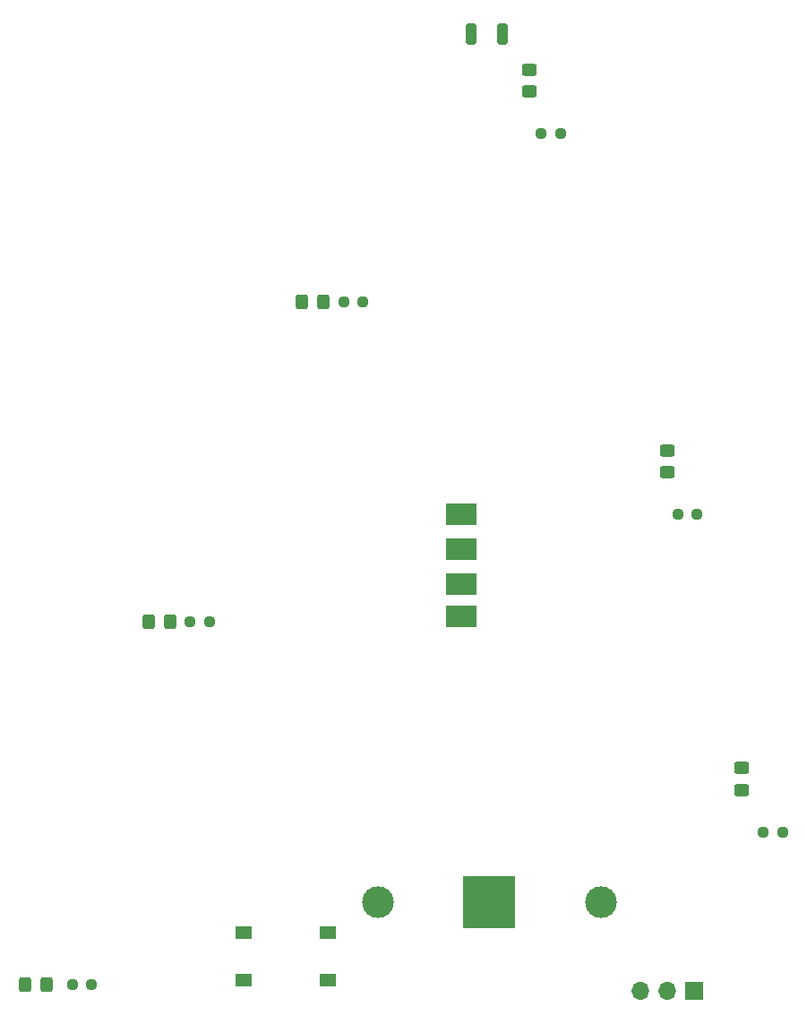
<source format=gts>
G04 #@! TF.GenerationSoftware,KiCad,Pcbnew,7.0.8*
G04 #@! TF.CreationDate,2024-06-18T20:24:05+02:00*
G04 #@! TF.ProjectId,PCB_Christmas_Tree,5043425f-4368-4726-9973-746d61735f54,rev?*
G04 #@! TF.SameCoordinates,Original*
G04 #@! TF.FileFunction,Soldermask,Top*
G04 #@! TF.FilePolarity,Negative*
%FSLAX46Y46*%
G04 Gerber Fmt 4.6, Leading zero omitted, Abs format (unit mm)*
G04 Created by KiCad (PCBNEW 7.0.8) date 2024-06-18 20:24:05*
%MOMM*%
%LPD*%
G01*
G04 APERTURE LIST*
G04 Aperture macros list*
%AMRoundRect*
0 Rectangle with rounded corners*
0 $1 Rounding radius*
0 $2 $3 $4 $5 $6 $7 $8 $9 X,Y pos of 4 corners*
0 Add a 4 corners polygon primitive as box body*
4,1,4,$2,$3,$4,$5,$6,$7,$8,$9,$2,$3,0*
0 Add four circle primitives for the rounded corners*
1,1,$1+$1,$2,$3*
1,1,$1+$1,$4,$5*
1,1,$1+$1,$6,$7*
1,1,$1+$1,$8,$9*
0 Add four rect primitives between the rounded corners*
20,1,$1+$1,$2,$3,$4,$5,0*
20,1,$1+$1,$4,$5,$6,$7,0*
20,1,$1+$1,$6,$7,$8,$9,0*
20,1,$1+$1,$8,$9,$2,$3,0*%
G04 Aperture macros list end*
%ADD10R,1.700000X1.700000*%
%ADD11O,1.700000X1.700000*%
%ADD12RoundRect,0.237500X-0.250000X-0.237500X0.250000X-0.237500X0.250000X0.237500X-0.250000X0.237500X0*%
%ADD13C,3.000000*%
%ADD14R,5.000000X5.000000*%
%ADD15R,1.550000X1.300000*%
%ADD16RoundRect,0.250000X0.450000X-0.325000X0.450000X0.325000X-0.450000X0.325000X-0.450000X-0.325000X0*%
%ADD17RoundRect,0.250000X0.325000X0.450000X-0.325000X0.450000X-0.325000X-0.450000X0.325000X-0.450000X0*%
%ADD18RoundRect,0.250000X-0.250000X-0.750000X0.250000X-0.750000X0.250000X0.750000X-0.250000X0.750000X0*%
%ADD19R,3.000000X2.000000*%
G04 APERTURE END LIST*
D10*
X129620124Y-133498248D03*
D11*
X127080124Y-133498248D03*
X124540124Y-133498248D03*
D12*
X136182624Y-118498248D03*
X138007624Y-118498248D03*
D13*
X99739124Y-125125248D03*
X120821124Y-125125248D03*
D14*
X110280124Y-125125248D03*
D15*
X95032124Y-132511248D03*
X87082124Y-132511248D03*
X95032124Y-128011248D03*
X87082124Y-128011248D03*
D16*
X134095124Y-114523248D03*
X134095124Y-112473248D03*
D12*
X115182624Y-52498248D03*
X117007624Y-52498248D03*
D17*
X68460124Y-132928248D03*
X66410124Y-132928248D03*
D12*
X81997624Y-98638248D03*
X83822624Y-98638248D03*
D16*
X114095124Y-48523248D03*
X114095124Y-46473248D03*
D18*
X108583124Y-43139248D03*
D12*
X70840624Y-132928248D03*
X72665624Y-132928248D03*
D16*
X127095124Y-84523248D03*
X127095124Y-82473248D03*
D19*
X107595124Y-88466248D03*
X107595124Y-91768248D03*
X107595124Y-95070248D03*
X107595124Y-98118248D03*
D12*
X128095124Y-88498248D03*
X129920124Y-88498248D03*
D17*
X80135124Y-98638248D03*
X78085124Y-98638248D03*
D18*
X111504124Y-43139248D03*
D12*
X96494624Y-68412248D03*
X98319624Y-68412248D03*
D17*
X94622124Y-68412248D03*
X92572124Y-68412248D03*
M02*

</source>
